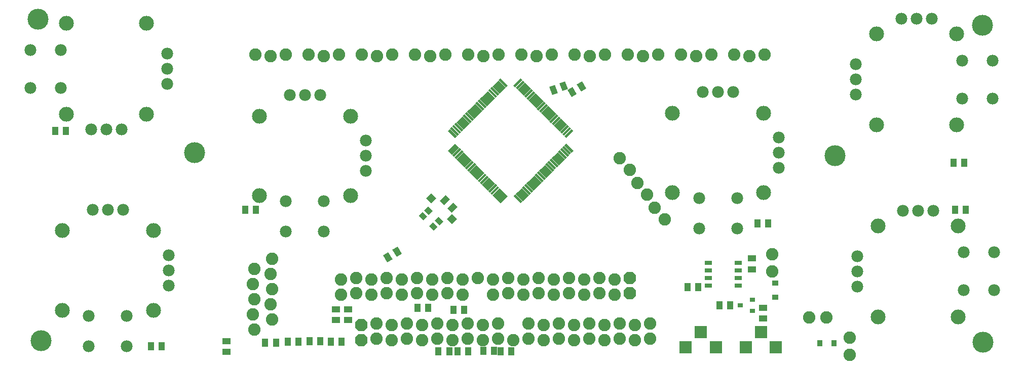
<source format=gts>
G75*
G70*
%OFA0B0*%
%FSLAX24Y24*%
%IPPOS*%
%LPD*%
%AMOC8*
5,1,8,0,0,1.08239X$1,22.5*
%
%ADD10R,0.0395X0.0552*%
%ADD11R,0.0477X0.0477*%
%ADD12R,0.0356X0.0434*%
%ADD13C,0.0980*%
%ADD14C,0.0780*%
%ADD15C,0.0820*%
%ADD16R,0.0789X0.0789*%
%ADD17OC8,0.0820*%
%ADD18C,0.1380*%
%ADD19R,0.0671X0.0178*%
%ADD20R,0.0474X0.0277*%
%ADD21R,0.0552X0.0395*%
%ADD22R,0.0356X0.0316*%
%ADD23R,0.0434X0.0356*%
D10*
X014036Y008990D03*
X014745Y008990D03*
X021545Y009244D03*
X022254Y009244D03*
X023024Y009292D03*
X023732Y009292D03*
X024453Y009316D03*
X025161Y009316D03*
X025849Y009311D03*
X026557Y009311D03*
X031551Y011520D03*
X032260Y011520D03*
X033936Y011390D03*
X034645Y011390D03*
X034898Y008672D03*
X034190Y008672D03*
X033655Y008670D03*
X032946Y008670D03*
X035883Y008679D03*
X036591Y008679D03*
X037036Y008670D03*
X037745Y008670D03*
X049336Y012890D03*
X050045Y012890D03*
X051436Y011690D03*
X052145Y011690D03*
X053936Y017090D03*
X054645Y017090D03*
X066836Y021090D03*
X067545Y021090D03*
X067645Y017990D03*
X066936Y017990D03*
G36*
X042042Y026265D02*
X042382Y026462D01*
X042658Y025985D01*
X042318Y025788D01*
X042042Y026265D01*
G37*
G36*
X041429Y025911D02*
X041769Y026108D01*
X042045Y025631D01*
X041705Y025434D01*
X041429Y025911D01*
G37*
G36*
X040905Y026332D02*
X041274Y026467D01*
X041463Y025950D01*
X041094Y025815D01*
X040905Y026332D01*
G37*
G36*
X040239Y026090D02*
X040608Y026225D01*
X040797Y025708D01*
X040428Y025573D01*
X040239Y026090D01*
G37*
G36*
X033320Y018301D02*
X033041Y018580D01*
X033430Y018969D01*
X033709Y018690D01*
X033320Y018301D01*
G37*
G36*
X033821Y017800D02*
X033542Y018079D01*
X033931Y018468D01*
X034210Y018189D01*
X033821Y017800D01*
G37*
G36*
X029912Y015360D02*
X030252Y015557D01*
X030528Y015080D01*
X030188Y014883D01*
X029912Y015360D01*
G37*
G36*
X029299Y015005D02*
X029639Y015202D01*
X029915Y014725D01*
X029575Y014528D01*
X029299Y015005D01*
G37*
X020945Y017990D03*
X020236Y017990D03*
X008445Y023190D03*
X007736Y023190D03*
D11*
G36*
X032464Y018419D02*
X032128Y018755D01*
X032464Y019091D01*
X032800Y018755D01*
X032464Y018419D01*
G37*
G36*
X033823Y017061D02*
X033487Y017397D01*
X033823Y017733D01*
X034159Y017397D01*
X033823Y017061D01*
G37*
D12*
G36*
X032694Y017281D02*
X032946Y017533D01*
X033252Y017227D01*
X033000Y016975D01*
X032694Y017281D01*
G37*
G36*
X032003Y017972D02*
X032255Y018224D01*
X032561Y017918D01*
X032309Y017666D01*
X032003Y017972D01*
G37*
G36*
X031641Y017611D02*
X031893Y017863D01*
X032199Y017557D01*
X031947Y017305D01*
X031641Y017611D01*
G37*
G36*
X032333Y016919D02*
X032585Y017171D01*
X032891Y016865D01*
X032639Y016613D01*
X032333Y016919D01*
G37*
X058018Y009190D03*
X058963Y009190D03*
D13*
X061866Y010936D03*
X067116Y010936D03*
X067116Y016936D03*
X061866Y016936D03*
X054339Y019124D03*
X048339Y019124D03*
X048339Y024374D03*
X054339Y024374D03*
X061766Y023590D03*
X067016Y023590D03*
X067016Y029590D03*
X061766Y029590D03*
X027152Y024177D03*
X021152Y024177D03*
X013716Y024290D03*
X008466Y024290D03*
X021152Y018927D03*
X027152Y018927D03*
X014191Y016615D03*
X008191Y016615D03*
X008191Y011365D03*
X014191Y011365D03*
X013716Y030290D03*
X008466Y030290D03*
D14*
X008091Y028540D03*
X006091Y028540D03*
X006091Y026040D03*
X008091Y026040D03*
X010091Y023290D03*
X011091Y023290D03*
X012091Y023290D03*
X015091Y026290D03*
X015091Y027290D03*
X015091Y028290D03*
X023152Y025552D03*
X024152Y025552D03*
X025152Y025552D03*
X028152Y022552D03*
X028152Y021552D03*
X028152Y020552D03*
X025402Y018552D03*
X022902Y018552D03*
X022902Y016552D03*
X025402Y016552D03*
X015191Y014990D03*
X015191Y013990D03*
X015191Y012990D03*
X012441Y010990D03*
X009941Y010990D03*
X009941Y008990D03*
X012441Y008990D03*
X012191Y017990D03*
X011191Y017990D03*
X010191Y017990D03*
X050089Y018749D03*
X052589Y018749D03*
X052589Y016749D03*
X050089Y016749D03*
X055339Y020749D03*
X055339Y021749D03*
X055339Y022749D03*
X060391Y025590D03*
X060391Y026590D03*
X060391Y027590D03*
X063391Y030590D03*
X064391Y030590D03*
X065391Y030590D03*
X067391Y027840D03*
X069391Y027840D03*
X069391Y025340D03*
X067391Y025340D03*
X052339Y025749D03*
X051339Y025749D03*
X050339Y025749D03*
X063491Y017936D03*
X064491Y017936D03*
X065491Y017936D03*
X067491Y015186D03*
X069491Y015186D03*
X069491Y012686D03*
X067491Y012686D03*
X060491Y012936D03*
X060491Y013936D03*
X060491Y014936D03*
D15*
X054891Y015060D03*
X054891Y013920D03*
X057321Y010890D03*
X058461Y010890D03*
X059991Y009560D03*
X059991Y008420D03*
X046877Y009480D03*
X045877Y009380D03*
X044877Y009480D03*
X043877Y009380D03*
X042877Y009480D03*
X041877Y009380D03*
X040877Y009480D03*
X039877Y009380D03*
X038877Y009480D03*
X037877Y009380D03*
X036877Y009480D03*
X035877Y009380D03*
X034877Y009480D03*
X033877Y009380D03*
X032877Y009480D03*
X031877Y009380D03*
X030877Y009480D03*
X029877Y009380D03*
X028877Y009480D03*
X028877Y010480D03*
X029877Y010380D03*
X030877Y010480D03*
X031877Y010380D03*
X032877Y010480D03*
X033877Y010380D03*
X034877Y010480D03*
X035877Y010380D03*
X036877Y010480D03*
X038877Y010480D03*
X039877Y010380D03*
X040877Y010480D03*
X041877Y010380D03*
X042877Y010480D03*
X043877Y010380D03*
X044877Y010480D03*
X045877Y010380D03*
X046877Y010480D03*
X044539Y012390D03*
X043539Y012490D03*
X042539Y012390D03*
X041539Y012490D03*
X040539Y012390D03*
X039539Y012490D03*
X038539Y012390D03*
X037539Y012490D03*
X036539Y012390D03*
X036539Y013390D03*
X035539Y013490D03*
X034539Y013390D03*
X033539Y013490D03*
X032539Y013390D03*
X031539Y013490D03*
X030539Y013390D03*
X029539Y013490D03*
X028539Y013390D03*
X027539Y013490D03*
X026539Y013390D03*
X026539Y012390D03*
X027539Y012490D03*
X028539Y012390D03*
X029539Y012490D03*
X030539Y012390D03*
X031539Y012490D03*
X032539Y012390D03*
X033539Y012490D03*
X034539Y012390D03*
X037539Y013490D03*
X038539Y013390D03*
X039539Y013490D03*
X040539Y013390D03*
X041539Y013490D03*
X042539Y013390D03*
X043539Y013490D03*
X044539Y013390D03*
X047821Y017356D03*
X047166Y018117D03*
X046674Y018994D03*
X046019Y019756D03*
X045527Y020632D03*
X044872Y021394D03*
X045391Y028240D03*
X046391Y028140D03*
X047391Y028240D03*
X048891Y028240D03*
X049891Y028140D03*
X050891Y028240D03*
X052391Y028240D03*
X053391Y028140D03*
X054391Y028240D03*
X043891Y028240D03*
X042891Y028140D03*
X041891Y028240D03*
X040391Y028240D03*
X039391Y028140D03*
X038391Y028240D03*
X036891Y028240D03*
X035891Y028140D03*
X034891Y028240D03*
X033391Y028240D03*
X032391Y028140D03*
X031391Y028240D03*
X029891Y028240D03*
X028891Y028140D03*
X027891Y028240D03*
X026391Y028240D03*
X025391Y028140D03*
X024391Y028240D03*
X022891Y028240D03*
X021891Y028140D03*
X020891Y028240D03*
X021999Y014774D03*
X020841Y014090D03*
X021899Y013774D03*
X020741Y013090D03*
X021999Y012774D03*
X020841Y012090D03*
X021899Y011774D03*
X020741Y011090D03*
X021999Y010774D03*
X020841Y010090D03*
D16*
X049212Y008941D03*
X050196Y009926D03*
X051180Y008941D03*
X053169Y008941D03*
X054154Y009926D03*
X055138Y008941D03*
D17*
X045539Y012490D03*
X045539Y013490D03*
X027877Y010380D03*
X027877Y009380D03*
D18*
X006803Y009373D03*
X016903Y021773D03*
X006586Y030563D03*
X059013Y021570D03*
X068713Y030170D03*
X068756Y009254D03*
D19*
G36*
X041207Y022219D02*
X041679Y021747D01*
X041553Y021621D01*
X041081Y022093D01*
X041207Y022219D01*
G37*
G36*
X041346Y022358D02*
X041818Y021886D01*
X041692Y021760D01*
X041220Y022232D01*
X041346Y022358D01*
G37*
G36*
X041220Y022861D02*
X041692Y023333D01*
X041818Y023207D01*
X041346Y022735D01*
X041220Y022861D01*
G37*
G36*
X041081Y023000D02*
X041553Y023472D01*
X041679Y023346D01*
X041207Y022874D01*
X041081Y023000D01*
G37*
G36*
X040942Y023139D02*
X041414Y023611D01*
X041540Y023485D01*
X041068Y023013D01*
X040942Y023139D01*
G37*
G36*
X040802Y023278D02*
X041274Y023750D01*
X041400Y023624D01*
X040928Y023152D01*
X040802Y023278D01*
G37*
G36*
X040663Y023417D02*
X041135Y023889D01*
X041261Y023763D01*
X040789Y023291D01*
X040663Y023417D01*
G37*
G36*
X040524Y023557D02*
X040996Y024029D01*
X041122Y023903D01*
X040650Y023431D01*
X040524Y023557D01*
G37*
G36*
X040385Y023696D02*
X040857Y024168D01*
X040983Y024042D01*
X040511Y023570D01*
X040385Y023696D01*
G37*
G36*
X040246Y023835D02*
X040718Y024307D01*
X040844Y024181D01*
X040372Y023709D01*
X040246Y023835D01*
G37*
G36*
X040106Y023974D02*
X040578Y024446D01*
X040704Y024320D01*
X040232Y023848D01*
X040106Y023974D01*
G37*
G36*
X039967Y024113D02*
X040439Y024585D01*
X040565Y024459D01*
X040093Y023987D01*
X039967Y024113D01*
G37*
G36*
X039828Y024253D02*
X040300Y024725D01*
X040426Y024599D01*
X039954Y024127D01*
X039828Y024253D01*
G37*
G36*
X039689Y024392D02*
X040161Y024864D01*
X040287Y024738D01*
X039815Y024266D01*
X039689Y024392D01*
G37*
G36*
X039550Y024531D02*
X040022Y025003D01*
X040148Y024877D01*
X039676Y024405D01*
X039550Y024531D01*
G37*
G36*
X039410Y024670D02*
X039882Y025142D01*
X040008Y025016D01*
X039536Y024544D01*
X039410Y024670D01*
G37*
G36*
X039271Y024809D02*
X039743Y025281D01*
X039869Y025155D01*
X039397Y024683D01*
X039271Y024809D01*
G37*
G36*
X039132Y024949D02*
X039604Y025421D01*
X039730Y025295D01*
X039258Y024823D01*
X039132Y024949D01*
G37*
G36*
X038993Y025088D02*
X039465Y025560D01*
X039591Y025434D01*
X039119Y024962D01*
X038993Y025088D01*
G37*
G36*
X038854Y025227D02*
X039326Y025699D01*
X039452Y025573D01*
X038980Y025101D01*
X038854Y025227D01*
G37*
G36*
X038715Y025366D02*
X039187Y025838D01*
X039313Y025712D01*
X038841Y025240D01*
X038715Y025366D01*
G37*
G36*
X038575Y025505D02*
X039047Y025977D01*
X039173Y025851D01*
X038701Y025379D01*
X038575Y025505D01*
G37*
G36*
X038436Y025645D02*
X038908Y026117D01*
X039034Y025991D01*
X038562Y025519D01*
X038436Y025645D01*
G37*
G36*
X038297Y025784D02*
X038769Y026256D01*
X038895Y026130D01*
X038423Y025658D01*
X038297Y025784D01*
G37*
G36*
X038158Y025923D02*
X038630Y026395D01*
X038756Y026269D01*
X038284Y025797D01*
X038158Y025923D01*
G37*
G36*
X038019Y026062D02*
X038491Y026534D01*
X038617Y026408D01*
X038145Y025936D01*
X038019Y026062D01*
G37*
G36*
X037879Y026201D02*
X038351Y026673D01*
X038477Y026547D01*
X038005Y026075D01*
X037879Y026201D01*
G37*
G36*
X037377Y026075D02*
X036905Y026547D01*
X037031Y026673D01*
X037503Y026201D01*
X037377Y026075D01*
G37*
G36*
X037238Y025936D02*
X036766Y026408D01*
X036892Y026534D01*
X037364Y026062D01*
X037238Y025936D01*
G37*
G36*
X037099Y025797D02*
X036627Y026269D01*
X036753Y026395D01*
X037225Y025923D01*
X037099Y025797D01*
G37*
G36*
X036959Y025658D02*
X036487Y026130D01*
X036613Y026256D01*
X037085Y025784D01*
X036959Y025658D01*
G37*
G36*
X036820Y025519D02*
X036348Y025991D01*
X036474Y026117D01*
X036946Y025645D01*
X036820Y025519D01*
G37*
G36*
X036681Y025379D02*
X036209Y025851D01*
X036335Y025977D01*
X036807Y025505D01*
X036681Y025379D01*
G37*
G36*
X036542Y025240D02*
X036070Y025712D01*
X036196Y025838D01*
X036668Y025366D01*
X036542Y025240D01*
G37*
G36*
X036403Y025101D02*
X035931Y025573D01*
X036057Y025699D01*
X036529Y025227D01*
X036403Y025101D01*
G37*
G36*
X036263Y024962D02*
X035791Y025434D01*
X035917Y025560D01*
X036389Y025088D01*
X036263Y024962D01*
G37*
G36*
X036124Y024823D02*
X035652Y025295D01*
X035778Y025421D01*
X036250Y024949D01*
X036124Y024823D01*
G37*
G36*
X035985Y024683D02*
X035513Y025155D01*
X035639Y025281D01*
X036111Y024809D01*
X035985Y024683D01*
G37*
G36*
X035846Y024544D02*
X035374Y025016D01*
X035500Y025142D01*
X035972Y024670D01*
X035846Y024544D01*
G37*
G36*
X035707Y024405D02*
X035235Y024877D01*
X035361Y025003D01*
X035833Y024531D01*
X035707Y024405D01*
G37*
G36*
X035567Y024266D02*
X035095Y024738D01*
X035221Y024864D01*
X035693Y024392D01*
X035567Y024266D01*
G37*
G36*
X035428Y024127D02*
X034956Y024599D01*
X035082Y024725D01*
X035554Y024253D01*
X035428Y024127D01*
G37*
G36*
X035289Y023987D02*
X034817Y024459D01*
X034943Y024585D01*
X035415Y024113D01*
X035289Y023987D01*
G37*
G36*
X035150Y023848D02*
X034678Y024320D01*
X034804Y024446D01*
X035276Y023974D01*
X035150Y023848D01*
G37*
G36*
X035011Y023709D02*
X034539Y024181D01*
X034665Y024307D01*
X035137Y023835D01*
X035011Y023709D01*
G37*
G36*
X034872Y023570D02*
X034400Y024042D01*
X034526Y024168D01*
X034998Y023696D01*
X034872Y023570D01*
G37*
G36*
X034732Y023431D02*
X034260Y023903D01*
X034386Y024029D01*
X034858Y023557D01*
X034732Y023431D01*
G37*
G36*
X034593Y023291D02*
X034121Y023763D01*
X034247Y023889D01*
X034719Y023417D01*
X034593Y023291D01*
G37*
G36*
X034454Y023152D02*
X033982Y023624D01*
X034108Y023750D01*
X034580Y023278D01*
X034454Y023152D01*
G37*
G36*
X034315Y023013D02*
X033843Y023485D01*
X033969Y023611D01*
X034441Y023139D01*
X034315Y023013D01*
G37*
G36*
X034176Y022874D02*
X033704Y023346D01*
X033830Y023472D01*
X034302Y023000D01*
X034176Y022874D01*
G37*
G36*
X034036Y022735D02*
X033564Y023207D01*
X033690Y023333D01*
X034162Y022861D01*
X034036Y022735D01*
G37*
G36*
X034162Y022232D02*
X033690Y021760D01*
X033564Y021886D01*
X034036Y022358D01*
X034162Y022232D01*
G37*
G36*
X034302Y022093D02*
X033830Y021621D01*
X033704Y021747D01*
X034176Y022219D01*
X034302Y022093D01*
G37*
G36*
X034441Y021954D02*
X033969Y021482D01*
X033843Y021608D01*
X034315Y022080D01*
X034441Y021954D01*
G37*
G36*
X034580Y021815D02*
X034108Y021343D01*
X033982Y021469D01*
X034454Y021941D01*
X034580Y021815D01*
G37*
G36*
X034719Y021676D02*
X034247Y021204D01*
X034121Y021330D01*
X034593Y021802D01*
X034719Y021676D01*
G37*
G36*
X034858Y021536D02*
X034386Y021064D01*
X034260Y021190D01*
X034732Y021662D01*
X034858Y021536D01*
G37*
G36*
X034998Y021397D02*
X034526Y020925D01*
X034400Y021051D01*
X034872Y021523D01*
X034998Y021397D01*
G37*
G36*
X035137Y021258D02*
X034665Y020786D01*
X034539Y020912D01*
X035011Y021384D01*
X035137Y021258D01*
G37*
G36*
X035276Y021119D02*
X034804Y020647D01*
X034678Y020773D01*
X035150Y021245D01*
X035276Y021119D01*
G37*
G36*
X035415Y020980D02*
X034943Y020508D01*
X034817Y020634D01*
X035289Y021106D01*
X035415Y020980D01*
G37*
G36*
X035554Y020840D02*
X035082Y020368D01*
X034956Y020494D01*
X035428Y020966D01*
X035554Y020840D01*
G37*
G36*
X035693Y020701D02*
X035221Y020229D01*
X035095Y020355D01*
X035567Y020827D01*
X035693Y020701D01*
G37*
G36*
X035833Y020562D02*
X035361Y020090D01*
X035235Y020216D01*
X035707Y020688D01*
X035833Y020562D01*
G37*
G36*
X035972Y020423D02*
X035500Y019951D01*
X035374Y020077D01*
X035846Y020549D01*
X035972Y020423D01*
G37*
G36*
X036111Y020284D02*
X035639Y019812D01*
X035513Y019938D01*
X035985Y020410D01*
X036111Y020284D01*
G37*
G36*
X036250Y020144D02*
X035778Y019672D01*
X035652Y019798D01*
X036124Y020270D01*
X036250Y020144D01*
G37*
G36*
X036389Y020005D02*
X035917Y019533D01*
X035791Y019659D01*
X036263Y020131D01*
X036389Y020005D01*
G37*
G36*
X036529Y019866D02*
X036057Y019394D01*
X035931Y019520D01*
X036403Y019992D01*
X036529Y019866D01*
G37*
G36*
X036668Y019727D02*
X036196Y019255D01*
X036070Y019381D01*
X036542Y019853D01*
X036668Y019727D01*
G37*
G36*
X036807Y019588D02*
X036335Y019116D01*
X036209Y019242D01*
X036681Y019714D01*
X036807Y019588D01*
G37*
G36*
X036946Y019448D02*
X036474Y018976D01*
X036348Y019102D01*
X036820Y019574D01*
X036946Y019448D01*
G37*
G36*
X037085Y019309D02*
X036613Y018837D01*
X036487Y018963D01*
X036959Y019435D01*
X037085Y019309D01*
G37*
G36*
X037225Y019170D02*
X036753Y018698D01*
X036627Y018824D01*
X037099Y019296D01*
X037225Y019170D01*
G37*
G36*
X037364Y019031D02*
X036892Y018559D01*
X036766Y018685D01*
X037238Y019157D01*
X037364Y019031D01*
G37*
G36*
X037503Y018892D02*
X037031Y018420D01*
X036905Y018546D01*
X037377Y019018D01*
X037503Y018892D01*
G37*
G36*
X038005Y019018D02*
X038477Y018546D01*
X038351Y018420D01*
X037879Y018892D01*
X038005Y019018D01*
G37*
G36*
X038145Y019157D02*
X038617Y018685D01*
X038491Y018559D01*
X038019Y019031D01*
X038145Y019157D01*
G37*
G36*
X038284Y019296D02*
X038756Y018824D01*
X038630Y018698D01*
X038158Y019170D01*
X038284Y019296D01*
G37*
G36*
X038423Y019435D02*
X038895Y018963D01*
X038769Y018837D01*
X038297Y019309D01*
X038423Y019435D01*
G37*
G36*
X038562Y019574D02*
X039034Y019102D01*
X038908Y018976D01*
X038436Y019448D01*
X038562Y019574D01*
G37*
G36*
X038701Y019714D02*
X039173Y019242D01*
X039047Y019116D01*
X038575Y019588D01*
X038701Y019714D01*
G37*
G36*
X038841Y019853D02*
X039313Y019381D01*
X039187Y019255D01*
X038715Y019727D01*
X038841Y019853D01*
G37*
G36*
X038980Y019992D02*
X039452Y019520D01*
X039326Y019394D01*
X038854Y019866D01*
X038980Y019992D01*
G37*
G36*
X039119Y020131D02*
X039591Y019659D01*
X039465Y019533D01*
X038993Y020005D01*
X039119Y020131D01*
G37*
G36*
X039258Y020270D02*
X039730Y019798D01*
X039604Y019672D01*
X039132Y020144D01*
X039258Y020270D01*
G37*
G36*
X039397Y020410D02*
X039869Y019938D01*
X039743Y019812D01*
X039271Y020284D01*
X039397Y020410D01*
G37*
G36*
X039536Y020549D02*
X040008Y020077D01*
X039882Y019951D01*
X039410Y020423D01*
X039536Y020549D01*
G37*
G36*
X039676Y020688D02*
X040148Y020216D01*
X040022Y020090D01*
X039550Y020562D01*
X039676Y020688D01*
G37*
G36*
X039815Y020827D02*
X040287Y020355D01*
X040161Y020229D01*
X039689Y020701D01*
X039815Y020827D01*
G37*
G36*
X039954Y020966D02*
X040426Y020494D01*
X040300Y020368D01*
X039828Y020840D01*
X039954Y020966D01*
G37*
G36*
X040093Y021106D02*
X040565Y020634D01*
X040439Y020508D01*
X039967Y020980D01*
X040093Y021106D01*
G37*
G36*
X040232Y021245D02*
X040704Y020773D01*
X040578Y020647D01*
X040106Y021119D01*
X040232Y021245D01*
G37*
G36*
X040372Y021384D02*
X040844Y020912D01*
X040718Y020786D01*
X040246Y021258D01*
X040372Y021384D01*
G37*
G36*
X040511Y021523D02*
X040983Y021051D01*
X040857Y020925D01*
X040385Y021397D01*
X040511Y021523D01*
G37*
G36*
X040650Y021662D02*
X041122Y021190D01*
X040996Y021064D01*
X040524Y021536D01*
X040650Y021662D01*
G37*
G36*
X040789Y021802D02*
X041261Y021330D01*
X041135Y021204D01*
X040663Y021676D01*
X040789Y021802D01*
G37*
G36*
X040928Y021941D02*
X041400Y021469D01*
X041274Y021343D01*
X040802Y021815D01*
X040928Y021941D01*
G37*
G36*
X041068Y022080D02*
X041540Y021608D01*
X041414Y021482D01*
X040942Y021954D01*
X041068Y022080D01*
G37*
D20*
X050691Y014512D03*
X050691Y014008D03*
X050691Y013504D03*
X050691Y013000D03*
X052651Y013000D03*
X052651Y013504D03*
X052651Y014008D03*
X052651Y014512D03*
D21*
X018991Y008636D03*
X018991Y009344D03*
X026191Y010736D03*
X026991Y010736D03*
X026991Y011444D03*
X026191Y011444D03*
X053549Y014077D03*
X053549Y014786D03*
X054291Y011544D03*
X054291Y010836D03*
D22*
X053584Y011316D03*
X052797Y011690D03*
X053584Y012064D03*
D23*
X055091Y012218D03*
X055091Y013163D03*
M02*

</source>
